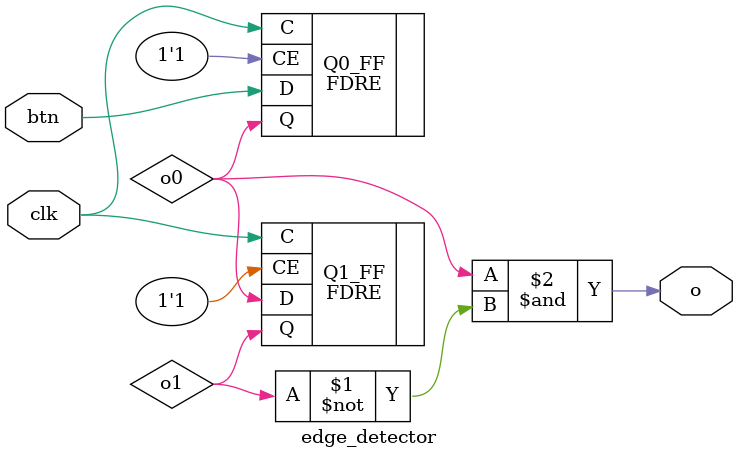
<source format=v>
`timescale 1ns / 1ps


module edge_detector(
    input clk,
    input btn,
    output o
    );
    wire o0,o1;
    FDRE #(.INIT(1'b0)) Q0_FF (.C(clk),.CE(1'b1), .D(btn), .Q(o0));
    FDRE #(.INIT(1'b0)) Q1_FF (.C(clk),.CE(1'b1), .D(o0), .Q(o1));
    assign o = o0 & ~o1;
endmodule

</source>
